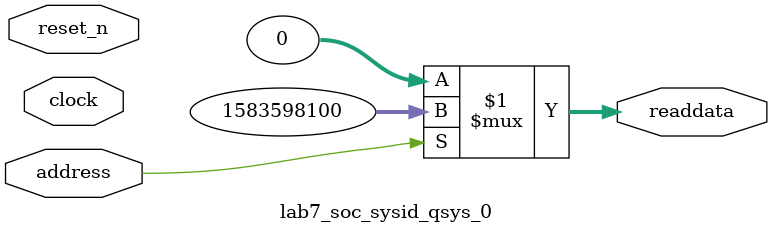
<source format=v>



// synthesis translate_off
`timescale 1ns / 1ps
// synthesis translate_on

// turn off superfluous verilog processor warnings 
// altera message_level Level1 
// altera message_off 10034 10035 10036 10037 10230 10240 10030 

module lab7_soc_sysid_qsys_0 (
               // inputs:
                address,
                clock,
                reset_n,

               // outputs:
                readdata
             )
;

  output  [ 31: 0] readdata;
  input            address;
  input            clock;
  input            reset_n;

  wire    [ 31: 0] readdata;
  //control_slave, which is an e_avalon_slave
  assign readdata = address ? 1583598100 : 0;

endmodule



</source>
